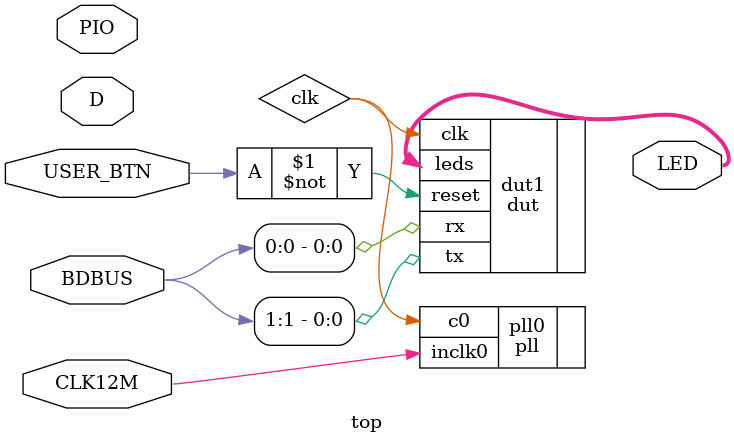
<source format=v>
`timescale 1ns / 1ps
`include "../../rtl/config.vh"

module top #(parameter integer BOARD_CK = 32000000) (
        input CLK12M,
        input USER_BTN,
        output [7:0] LED,
        inout [8:1] PIO,
`ifdef SPI
        input SEN_SDO,
        output SEN_SDI,
        output SEN_CS,
        output SEN_SPC,
`endif
        inout [5:0] BDBUS,
        inout [14:0] D
);
wire clk;
`ifdef SIMULATION
assign clk = CLK12M;
`else
	pll pll0 (
		.inclk0(CLK12M),
		.c0(clk)
	);
`endif
    dut #(.BOARD_CK(BOARD_CK)) dut1 (
        .rx(BDBUS[0]),          // BDBUS[0] is USB UART TX (FPGA RX)
        .tx(BDBUS[1]),          // BDBUS[1] is USB UART RX (FPGA TX)
`ifdef SPI
        .spi_miso(SEN_SDO),
        .spi_mosi(SEN_SDI),
        .spi_csn(SEN_CS),
        .spi_sck(SEN_SPC),
`endif
        .leds(LED),
        .reset(~USER_BTN),
        .clk(clk)
    );
endmodule

</source>
